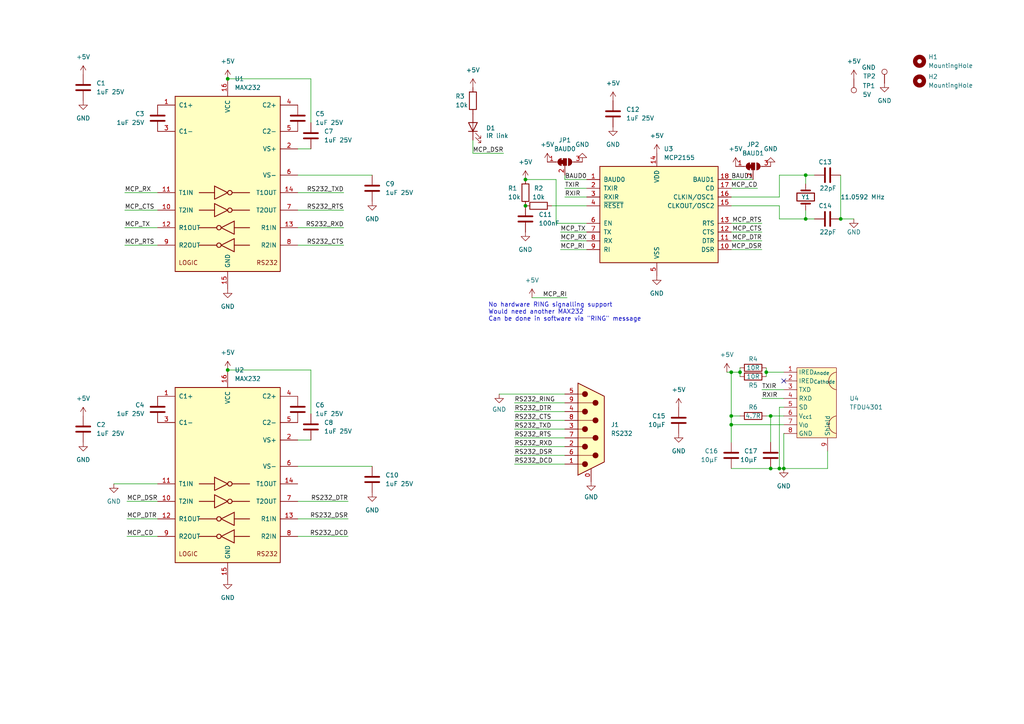
<source format=kicad_sch>
(kicad_sch (version 20211123) (generator eeschema)
  (paper "A4")
  (title_block (title "IrDA_RS232") (date "2022-03-20") (rev "Rev A") (company "Tobias Mädel (@manawyrm)") (comment 1 "tbspace.de"))
  (lib_symbols
    (symbol "Connector:DB9_Male_MountingHoles" (pin_names (offset 1.016) hide)
      (property "Reference" "J" (at 0 16.51 0))
      (property "Value" "DB9_Male_MountingHoles" (at 0 14.605 0))
      (symbol "DB9_Male_MountingHoles_0_1"
        (circle (center -1.778 -10.16) (radius 0.762) (fill (type outline)))
        (circle (center -1.778 -5.08) (radius 0.762) (fill (type outline)))
        (circle (center -1.778 0) (radius 0.762) (fill (type outline)))
        (circle (center -1.778 5.08) (radius 0.762) (fill (type outline)))
        (circle (center -1.778 10.16) (radius 0.762) (fill (type outline)))
        (polyline (pts (xy -3.81 -10.16) (xy -2.54 -10.16)))
        (polyline (pts (xy -3.81 -7.62) (xy 0.508 -7.62)))
        (polyline (pts (xy -3.81 -5.08) (xy -2.54 -5.08)))
        (polyline (pts (xy -3.81 -2.54) (xy 0.508 -2.54)))
        (polyline (pts (xy -3.81 0) (xy -2.54 0)))
        (polyline (pts (xy -3.81 2.54) (xy 0.508 2.54)))
        (polyline (pts (xy -3.81 5.08) (xy -2.54 5.08)))
        (polyline (pts (xy -3.81 7.62) (xy 0.508 7.62)))
        (polyline (pts (xy -3.81 10.16) (xy -2.54 10.16)))
        (polyline (pts (xy -3.81 -13.335) (xy -3.81 13.335) (xy 3.81 9.525) (xy 3.81 -9.525) (xy -3.81 -13.335)) (stroke (width 0.254)) (fill (type background)))
        (circle (center 1.27 -7.62) (radius 0.762) (fill (type outline)))
        (circle (center 1.27 -2.54) (radius 0.762) (fill (type outline)))
        (circle (center 1.27 2.54) (radius 0.762) (fill (type outline)))
        (circle (center 1.27 7.62) (radius 0.762) (fill (type outline)))
      )
      (symbol "DB9_Male_MountingHoles_1_1"
        (pin passive line (at 0 -15.24 90) (length 3.81) (name "PAD") (number "0"))
        (pin passive line (at -7.62 -10.16 0) (length 3.81) (name "1") (number "1"))
        (pin passive line (at -7.62 -5.08 0) (length 3.81) (name "2") (number "2"))
        (pin passive line (at -7.62 0 0) (length 3.81) (name "3") (number "3"))
        (pin passive line (at -7.62 5.08 0) (length 3.81) (name "4") (number "4"))
        (pin passive line (at -7.62 10.16 0) (length 3.81) (name "5") (number "5"))
        (pin passive line (at -7.62 -7.62 0) (length 3.81) (name "6") (number "6"))
        (pin passive line (at -7.62 -2.54 0) (length 3.81) (name "7") (number "7"))
        (pin passive line (at -7.62 2.54 0) (length 3.81) (name "8") (number "8"))
        (pin passive line (at -7.62 7.62 0) (length 3.81) (name "9") (number "9"))
      )
    )
    (symbol "Connector:TestPoint" (pin_numbers hide) (pin_names (offset 0.762) hide)
      (property "Reference" "TP" (at 0 6.858 0))
      (property "Value" "TestPoint" (at 0 5.08 0))
      (symbol "TestPoint_0_1"
        (circle (center 0 3.302) (radius 0.762))
      )
      (symbol "TestPoint_1_1"
        (pin passive line (at 0 0 90) (length 2.54) (name "1") (number "1"))
      )
    )
    (symbol "Device:C" (pin_numbers hide) (pin_names (offset 0.254))
      (property "Reference" "C" (at 0.635 2.54 0))
      (property "Value" "C" (at 0.635 -2.54 0))
      (symbol "C_0_1"
        (polyline (pts (xy -2.032 -0.762) (xy 2.032 -0.762)) (stroke (width 0.508)))
        (polyline (pts (xy -2.032 0.762) (xy 2.032 0.762)) (stroke (width 0.508)))
      )
      (symbol "C_1_1"
        (pin passive line (at 0 3.81 270) (length 2.794) (name "~") (number "1"))
        (pin passive line (at 0 -3.81 90) (length 2.794) (name "~") (number "2"))
      )
    )
    (symbol "Device:Crystal" (pin_numbers hide) (pin_names (offset 1.016) hide)
      (property "Reference" "Y" (at 0 3.81 0))
      (property "Value" "Crystal" (at 0 -3.81 0))
      (symbol "Crystal_0_1"
        (rectangle (start -1.143 2.54) (end 1.143 -2.54) (stroke (width 0.3048)))
        (polyline (pts (xy -2.54 0) (xy -1.905 0)))
        (polyline (pts (xy -1.905 -1.27) (xy -1.905 1.27)) (stroke (width 0.508)))
        (polyline (pts (xy 1.905 -1.27) (xy 1.905 1.27)) (stroke (width 0.508)))
        (polyline (pts (xy 2.54 0) (xy 1.905 0)))
      )
      (symbol "Crystal_1_1"
        (pin passive line (at -3.81 0 0) (length 1.27) (name "1") (number "1"))
        (pin passive line (at 3.81 0 180) (length 1.27) (name "2") (number "2"))
      )
    )
    (symbol "Device:LED" (pin_numbers hide) (pin_names (offset 1.016) hide)
      (property "Reference" "D" (at 0 2.54 0))
      (property "Value" "LED" (at 0 -2.54 0))
      (symbol "LED_0_1"
        (polyline (pts (xy -1.27 -1.27) (xy -1.27 1.27)) (stroke (width 0.254)))
        (polyline (pts (xy -1.27 0) (xy 1.27 0)))
        (polyline (pts (xy 1.27 -1.27) (xy 1.27 1.27) (xy -1.27 0) (xy 1.27 -1.27)) (stroke (width 0.254)))
        (polyline (pts (xy -3.048 -0.762) (xy -4.572 -2.286) (xy -3.81 -2.286) (xy -4.572 -2.286) (xy -4.572 -1.524)))
        (polyline (pts (xy -1.778 -0.762) (xy -3.302 -2.286) (xy -2.54 -2.286) (xy -3.302 -2.286) (xy -3.302 -1.524)))
      )
      (symbol "LED_1_1"
        (pin passive line (at -3.81 0 0) (length 2.54) (name "K") (number "1"))
        (pin passive line (at 3.81 0 180) (length 2.54) (name "A") (number "2"))
      )
    )
    (symbol "Device:R" (pin_numbers hide) (pin_names (offset 0))
      (property "Reference" "R" (at 2.032 0 90))
      (property "Value" "R" (at 0 0 90))
      (symbol "R_0_1"
        (rectangle (start -1.016 -2.54) (end 1.016 2.54) (stroke (width 0.254)))
      )
      (symbol "R_1_1"
        (pin passive line (at 0 3.81 270) (length 1.27) (name "~") (number "1"))
        (pin passive line (at 0 -3.81 90) (length 1.27) (name "~") (number "2"))
      )
    )
    (symbol "Interface_UART:MAX232" (pin_names (offset 1.016))
      (property "Reference" "U" (at -2.54 28.575 0))
      (property "Value" "MAX232" (at -2.54 26.67 0))
      (symbol "MAX232_0_0"
        (text "LOGIC" (at -11.43 -22.86 0) (effects (font (size 1.27 1.27))))
        (text "RS232" (at 11.43 -22.86 0) (effects (font (size 1.27 1.27))))
      )
      (symbol "MAX232_0_1"
        (rectangle (start -15.24 -25.4) (end 15.24 25.4) (stroke (width 0.254)) (fill (type background)))
        (circle (center -2.54 -17.78) (radius 0.635) (stroke (width 0.254)))
        (circle (center -2.54 -12.7) (radius 0.635) (stroke (width 0.254)))
        (polyline (pts (xy -3.81 -7.62) (xy -8.255 -7.62)) (stroke (width 0.254)))
        (polyline (pts (xy -3.81 -2.54) (xy -8.255 -2.54)) (stroke (width 0.254)))
        (polyline (pts (xy -3.175 -17.78) (xy -8.255 -17.78)) (stroke (width 0.254)))
        (polyline (pts (xy -3.175 -12.7) (xy -8.255 -12.7)) (stroke (width 0.254)))
        (polyline (pts (xy 1.27 -7.62) (xy 6.35 -7.62)) (stroke (width 0.254)))
        (polyline (pts (xy 1.27 -2.54) (xy 6.35 -2.54)) (stroke (width 0.254)))
        (polyline (pts (xy 1.905 -17.78) (xy 6.35 -17.78)) (stroke (width 0.254)))
        (polyline (pts (xy 1.905 -12.7) (xy 6.35 -12.7)) (stroke (width 0.254)))
        (polyline (pts (xy -3.81 -5.715) (xy -3.81 -9.525) (xy 0 -7.62) (xy -3.81 -5.715)) (stroke (width 0.254)))
        (polyline (pts (xy -3.81 -0.635) (xy -3.81 -4.445) (xy 0 -2.54) (xy -3.81 -0.635)) (stroke (width 0.254)))
        (polyline (pts (xy 1.905 -15.875) (xy 1.905 -19.685) (xy -1.905 -17.78) (xy 1.905 -15.875)) (stroke (width 0.254)))
        (polyline (pts (xy 1.905 -10.795) (xy 1.905 -14.605) (xy -1.905 -12.7) (xy 1.905 -10.795)) (stroke (width 0.254)))
        (circle (center 0.635 -7.62) (radius 0.635) (stroke (width 0.254)))
        (circle (center 0.635 -2.54) (radius 0.635) (stroke (width 0.254)))
      )
      (symbol "MAX232_1_1"
        (pin passive line (at -20.32 22.86 0) (length 5.08) (name "C1+") (number "1"))
        (pin input line (at -20.32 -7.62 0) (length 5.08) (name "T2IN") (number "10"))
        (pin input line (at -20.32 -2.54 0) (length 5.08) (name "T1IN") (number "11"))
        (pin output line (at -20.32 -12.7 0) (length 5.08) (name "R1OUT") (number "12"))
        (pin input line (at 20.32 -12.7 180) (length 5.08) (name "R1IN") (number "13"))
        (pin output line (at 20.32 -2.54 180) (length 5.08) (name "T1OUT") (number "14"))
        (pin power_in line (at 0 -30.48 90) (length 5.08) (name "GND") (number "15"))
        (pin power_in line (at 0 30.48 270) (length 5.08) (name "VCC") (number "16"))
        (pin power_out line (at 20.32 10.16 180) (length 5.08) (name "VS+") (number "2"))
        (pin passive line (at -20.32 15.24 0) (length 5.08) (name "C1-") (number "3"))
        (pin passive line (at 20.32 22.86 180) (length 5.08) (name "C2+") (number "4"))
        (pin passive line (at 20.32 15.24 180) (length 5.08) (name "C2-") (number "5"))
        (pin power_out line (at 20.32 2.54 180) (length 5.08) (name "VS-") (number "6"))
        (pin output line (at 20.32 -7.62 180) (length 5.08) (name "T2OUT") (number "7"))
        (pin input line (at 20.32 -17.78 180) (length 5.08) (name "R2IN") (number "8"))
        (pin output line (at -20.32 -17.78 0) (length 5.08) (name "R2OUT") (number "9"))
      )
    )
    (symbol "Jumper:SolderJumper_3_Bridged12" (pin_names (offset 0) hide)
      (property "Reference" "JP" (at -2.54 -2.54 0))
      (property "Value" "SolderJumper_3_Bridged12" (at 0 2.794 0))
      (symbol "SolderJumper_3_Bridged12_0_1"
        (rectangle (start -1.016 0.508) (end -0.508 -0.508) (fill (type outline)))
        (arc (start -1.016 1.016) (mid -2.032 0) (end -1.016 -1.016))
        (arc (start -1.016 1.016) (mid -2.032 0) (end -1.016 -1.016) (fill (type outline)))
        (rectangle (start -0.508 1.016) (end 0.508 -1.016) (fill (type outline)))
        (polyline (pts (xy -2.54 0) (xy -2.032 0)))
        (polyline (pts (xy -1.016 1.016) (xy -1.016 -1.016)))
        (polyline (pts (xy 0 -1.27) (xy 0 -1.016)))
        (polyline (pts (xy 1.016 1.016) (xy 1.016 -1.016)))
        (polyline (pts (xy 2.54 0) (xy 2.032 0)))
        (arc (start 1.016 -1.016) (mid 2.032 0) (end 1.016 1.016))
        (arc (start 1.016 -1.016) (mid 2.032 0) (end 1.016 1.016) (fill (type outline)))
      )
      (symbol "SolderJumper_3_Bridged12_1_1"
        (pin passive line (at -5.08 0 0) (length 2.54) (name "A") (number "1"))
        (pin passive line (at 0 -3.81 90) (length 2.54) (name "C") (number "2"))
        (pin passive line (at 5.08 0 180) (length 2.54) (name "B") (number "3"))
      )
    )
    (symbol "MCP2155:MCP2155" (pin_names (offset 1.016))
      (property "Reference" "U" (at -16.51 17.78 0))
      (property "Value" "MCP2155" (at -16.51 15.24 0))
      (symbol "MCP2155_0_1"
        (rectangle (start -16.51 13.97) (end 17.78 -13.97) (stroke (width 0.254)) (fill (type background)))
      )
      (symbol "MCP2155_1_1"
        (pin input line (at -20.32 10.16 0) (length 3.81) (name "BAUD0") (number "1"))
        (pin output line (at 21.59 -10.16 180) (length 3.81) (name "DSR") (number "10"))
        (pin input line (at 21.59 -7.62 180) (length 3.81) (name "DTR") (number "11"))
        (pin output line (at 21.59 -5.08 180) (length 3.81) (name "CTS") (number "12"))
        (pin input line (at 21.59 -2.54 180) (length 3.81) (name "RTS") (number "13"))
        (pin power_in line (at 0 17.78 270) (length 3.81) (name "VDD") (number "14"))
        (pin output line (at 21.59 2.54 180) (length 3.81) (name "CLKOUT/OSC2") (number "15"))
        (pin input line (at 21.59 5.08 180) (length 3.81) (name "CLKIN/OSC1") (number "16"))
        (pin input line (at 21.59 7.62 180) (length 3.81) (name "CD") (number "17"))
        (pin bidirectional line (at 21.59 10.16 180) (length 3.81) (name "BAUD1") (number "18"))
        (pin output line (at -20.32 7.62 0) (length 3.81) (name "TXIR") (number "2"))
        (pin input line (at -20.32 5.08 0) (length 3.81) (name "RXIR") (number "3"))
        (pin input line (at -20.32 2.54 0) (length 3.81) (name "~{RESET}") (number "4"))
        (pin power_in line (at 0 -17.78 90) (length 3.81) (name "VSS") (number "5"))
        (pin input line (at -20.32 -2.54 0) (length 3.81) (name "EN") (number "6"))
        (pin input line (at -20.32 -5.08 0) (length 3.81) (name "TX") (number "7"))
        (pin output line (at -20.32 -7.62 0) (length 3.81) (name "RX") (number "8"))
        (pin input line (at -20.32 -10.16 0) (length 3.81) (name "RI") (number "9"))
      )
    )
    (symbol "Mechanical:MountingHole" (pin_names (offset 1.016))
      (property "Reference" "H" (at 0 5.08 0))
      (property "Value" "MountingHole" (at 0 3.175 0))
      (symbol "MountingHole_0_1"
        (circle (center 0 0) (radius 1.27) (stroke (width 1.27)))
      )
    )
    (symbol "TFBS4652:TFDU4301"
      (property "Reference" "U" (at -3.81 12.7 0))
      (property "Value" "TFDU4301" (at 0 10.16 0))
      (symbol "TFDU4301_0_0"
        (pin input line (at -8.89 5.08 0) (length 3.81) (name "IRED_{Cathode}") (number "2"))
        (pin passive line (at 3.81 -15.24 90) (length 3.81) (name "Shield") (number "9"))
      )
      (symbol "TFDU4301_0_1"
        (rectangle (start -5.08 8.89) (end 6.35 -11.43) (fill (type background)))
        (arc (start 6.35 -5.08) (mid 3.4164 -7.62) (end 6.35 -10.16))
        (arc (start 6.35 7.62) (mid 3.4229 5.08) (end 6.35 2.54))
      )
      (symbol "TFDU4301_1_1"
        (pin input line (at -8.89 7.62 0) (length 3.81) (name "IRED_{Anode}") (number "1"))
        (pin input line (at -8.89 2.54 0) (length 3.81) (name "TXD") (number "3"))
        (pin output line (at -8.89 0 0) (length 3.81) (name "RXD") (number "4"))
        (pin input line (at -8.89 -2.54 0) (length 3.81) (name "SD") (number "5"))
        (pin input line (at -8.89 -5.08 0) (length 3.81) (name "V_{cc1}") (number "6"))
        (pin input line (at -8.89 -7.62 0) (length 3.81) (name "V_{IO}") (number "7"))
        (pin input line (at -8.89 -10.16 0) (length 3.81) (name "GND") (number "8"))
      )
    )
    (symbol "power:+5V" (power) (pin_names (offset 0))
      (property "Value" "+5V" (at 0 3.556 0))
      (symbol "+5V_0_1"
        (polyline (pts (xy -0.762 1.27) (xy 0 2.54)))
        (polyline (pts (xy 0 0) (xy 0 2.54)))
        (polyline (pts (xy 0 2.54) (xy 0.762 1.27)))
      )
      (symbol "+5V_1_1"
        (pin power_in line (at 0 0 90) (length 0) hide (name "+5V") (number "1"))
      )
    )
    (symbol "power:GND" (power) (pin_names (offset 0))
      (property "Value" "GND" (at 0 -3.81 0))
      (symbol "GND_0_1"
        (polyline (pts (xy 0 0) (xy 0 -1.27) (xy 1.27 -1.27) (xy 0 -2.54) (xy -1.27 -1.27) (xy 0 -1.27)))
      )
      (symbol "GND_1_1"
        (pin power_in line (at 0 0 270) (length 0) hide (name "GND") (number "1"))
      )
    )
  )
  (junction (at 227.33 135.89))
  (junction (at 66.04 22.86))
  (junction (at 233.68 50.8))
  (junction (at 243.84 63.5))
  (junction (at 226.06 135.89))
  (junction (at 223.52 120.65))
  (junction (at 152.4 52.07))
  (junction (at 222.25 107.95))
  (junction (at 214.63 107.95))
  (junction (at 223.52 135.89))
  (junction (at 212.09 107.95))
  (junction (at 212.09 120.65))
  (junction (at 233.68 63.5))
  (junction (at 66.04 107.315))
  (junction (at 212.09 123.19))
  (junction (at 152.4 59.69))
  (no_connect (at 227.33 110.49))
  (wire (pts (xy 144.78 114.3) (xy 163.83 114.3)))
  (wire (pts (xy 90.17 22.86) (xy 90.17 35.56)))
  (wire (pts (xy 163.83 57.15) (xy 170.18 57.15)))
  (wire (pts (xy 36.195 66.04) (xy 45.72 66.04)))
  (wire (pts (xy 212.09 72.39) (xy 220.98 72.39)))
  (wire (pts (xy 226.06 118.11) (xy 226.06 135.89)))
  (wire (pts (xy 233.68 50.8) (xy 233.68 53.34)))
  (wire (pts (xy 212.09 107.95) (xy 212.09 120.65)))
  (wire (pts (xy 137.16 40.64) (xy 137.16 44.45)))
  (wire (pts (xy 222.25 120.65) (xy 223.52 120.65)))
  (wire (pts (xy 212.09 123.19) (xy 212.09 128.27)))
  (wire (pts (xy 86.36 135.255) (xy 107.95 135.255)))
  (wire (pts (xy 160.02 59.69) (xy 170.18 59.69)))
  (wire (pts (xy 162.56 69.85) (xy 170.18 69.85)))
  (wire (pts (xy 149.225 127) (xy 163.83 127)))
  (wire (pts (xy 90.17 107.315) (xy 90.17 120.015)))
  (wire (pts (xy 149.225 132.08) (xy 163.83 132.08)))
  (wire (pts (xy 212.09 67.31) (xy 220.98 67.31)))
  (wire (pts (xy 243.84 63.5) (xy 247.65 63.5)))
  (wire (pts (xy 212.09 120.65) (xy 212.09 123.19)))
  (wire (pts (xy 86.36 60.96) (xy 99.695 60.96)))
  (wire (pts (xy 226.06 57.15) (xy 226.06 50.8)))
  (wire (pts (xy 161.29 64.77) (xy 170.18 64.77)))
  (wire (pts (xy 137.16 44.45) (xy 146.05 44.45)))
  (wire (pts (xy 212.09 64.77) (xy 220.98 64.77)))
  (wire (pts (xy 223.52 135.89) (xy 226.06 135.89)))
  (wire (pts (xy 212.09 52.07) (xy 218.44 52.07)))
  (wire (pts (xy 214.63 107.95) (xy 212.09 107.95)))
  (wire (pts (xy 163.83 54.61) (xy 170.18 54.61)))
  (wire (pts (xy 170.18 52.07) (xy 163.83 52.07)))
  (wire (pts (xy 220.98 115.57) (xy 227.33 115.57)))
  (wire (pts (xy 222.25 107.95) (xy 227.33 107.95)))
  (wire (pts (xy 161.29 52.07) (xy 152.4 52.07)))
  (wire (pts (xy 149.225 121.92) (xy 163.83 121.92)))
  (wire (pts (xy 161.29 64.77) (xy 161.29 52.07)))
  (wire (pts (xy 240.03 135.89) (xy 240.03 130.81)))
  (wire (pts (xy 100.965 150.495) (xy 86.36 150.495)))
  (wire (pts (xy 226.06 63.5) (xy 233.68 63.5)))
  (wire (pts (xy 154.305 86.36) (xy 164.465 86.36)))
  (wire (pts (xy 226.06 135.89) (xy 227.33 135.89)))
  (wire (pts (xy 227.33 118.11) (xy 226.06 118.11)))
  (wire (pts (xy 223.52 120.65) (xy 227.33 120.65)))
  (wire (pts (xy 162.56 67.31) (xy 170.18 67.31)))
  (wire (pts (xy 212.09 135.89) (xy 223.52 135.89)))
  (wire (pts (xy 86.36 127.635) (xy 90.17 127.635)))
  (wire (pts (xy 86.36 71.12) (xy 99.695 71.12)))
  (wire (pts (xy 149.225 134.62) (xy 163.83 134.62)))
  (wire (pts (xy 36.195 60.96) (xy 45.72 60.96)))
  (wire (pts (xy 222.25 107.95) (xy 222.25 109.22)))
  (wire (pts (xy 36.83 155.575) (xy 45.72 155.575)))
  (wire (pts (xy 162.56 72.39) (xy 170.18 72.39)))
  (wire (pts (xy 86.36 43.18) (xy 90.17 43.18)))
  (wire (pts (xy 100.965 155.575) (xy 86.36 155.575)))
  (wire (pts (xy 233.68 63.5) (xy 236.22 63.5)))
  (wire (pts (xy 86.36 50.8) (xy 107.95 50.8)))
  (wire (pts (xy 149.225 124.46) (xy 163.83 124.46)))
  (wire (pts (xy 219.71 54.61) (xy 212.09 54.61)))
  (wire (pts (xy 212.09 69.85) (xy 220.98 69.85)))
  (wire (pts (xy 45.72 145.415) (xy 36.83 145.415)))
  (wire (pts (xy 212.09 120.65) (xy 214.63 120.65)))
  (wire (pts (xy 227.33 135.89) (xy 240.03 135.89)))
  (wire (pts (xy 149.225 116.84) (xy 163.83 116.84)))
  (wire (pts (xy 36.195 71.12) (xy 45.72 71.12)))
  (wire (pts (xy 227.33 125.73) (xy 227.33 135.89)))
  (wire (pts (xy 45.72 150.495) (xy 36.83 150.495)))
  (wire (pts (xy 86.36 66.04) (xy 99.695 66.04)))
  (wire (pts (xy 233.68 60.96) (xy 233.68 63.5)))
  (wire (pts (xy 212.09 57.15) (xy 226.06 57.15)))
  (wire (pts (xy 212.09 123.19) (xy 227.33 123.19)))
  (wire (pts (xy 222.25 106.68) (xy 222.25 107.95)))
  (wire (pts (xy 212.09 59.69) (xy 226.06 59.69)))
  (wire (pts (xy 100.965 145.415) (xy 86.36 145.415)))
  (wire (pts (xy 66.04 107.315) (xy 90.17 107.315)))
  (wire (pts (xy 210.82 107.95) (xy 212.09 107.95)))
  (wire (pts (xy 243.84 50.8) (xy 243.84 63.5)))
  (wire (pts (xy 214.63 106.68) (xy 214.63 107.95)))
  (wire (pts (xy 223.52 120.65) (xy 223.52 128.27)))
  (wire (pts (xy 236.22 50.8) (xy 233.68 50.8)))
  (wire (pts (xy 66.04 22.86) (xy 90.17 22.86)))
  (wire (pts (xy 33.02 140.335) (xy 45.72 140.335)))
  (wire (pts (xy 226.06 59.69) (xy 226.06 63.5)))
  (wire (pts (xy 86.36 55.88) (xy 99.695 55.88)))
  (wire (pts (xy 36.195 55.88) (xy 45.72 55.88)))
  (wire (pts (xy 163.83 52.07) (xy 163.83 50.8)))
  (wire (pts (xy 226.06 50.8) (xy 233.68 50.8)))
  (wire (pts (xy 220.98 113.03) (xy 227.33 113.03)))
  (wire (pts (xy 149.225 119.38) (xy 163.83 119.38)))
  (wire (pts (xy 149.225 129.54) (xy 163.83 129.54)))
  (wire (pts (xy 214.63 107.95) (xy 214.63 109.22)))
  (text "No hardware RING signalling support\nWould need another MAX232\nCan be done in software via \"RING\" message" (at 141.605 93.345 0) (effects (font (size 1.27 1.27)) (justify left bottom)))
  (label "MCP_RI" (at 164.465 86.36 180))
  (label "RS232_DTR" (at 149.225 119.38 0))
  (label "RXIR" (at 163.83 57.15 0))
  (label "MCP_RX" (at 36.195 55.88 0))
  (label "MCP_CD" (at 36.83 155.575 0))
  (label "MCP_DSR" (at 146.05 44.45 180))
  (label "MCP_DTR" (at 220.98 69.85 180))
  (label "MCP_CTS" (at 220.98 67.31 180))
  (label "RS232_DSR" (at 100.965 150.495 180))
  (label "TXIR" (at 163.83 54.61 0))
  (label "RS232_CTS" (at 99.695 71.12 180))
  (label "MCP_CTS" (at 36.195 60.96 0))
  (label "RS232_RTS" (at 149.225 127 0))
  (label "RS232_TXD" (at 149.225 124.46 0))
  (label "RS232_RING" (at 149.225 116.84 0))
  (label "MCP_DSR" (at 36.83 145.415 0))
  (label "RS232_DTR" (at 100.965 145.415 180))
  (label "BAUD1" (at 212.09 52.07 0))
  (label "RS232_CTS" (at 149.225 121.92 0))
  (label "RS232_DSR" (at 149.225 132.08 0))
  (label "RXIR" (at 220.98 115.57 0))
  (label "MCP_RTS" (at 220.98 64.77 180))
  (label "MCP_RTS" (at 36.195 71.12 0))
  (label "RS232_RXD" (at 149.225 129.54 0))
  (label "RS232_DCD" (at 149.225 134.62 0))
  (label "BAUD0" (at 163.83 52.07 0))
  (label "MCP_DTR" (at 36.83 150.495 0))
  (label "TXIR" (at 220.98 113.03 0))
  (label "RS232_DCD" (at 100.965 155.575 180))
  (label "MCP_RI" (at 162.56 72.39 0))
  (label "RS232_TXD" (at 99.695 55.88 180))
  (label "RS232_RTS" (at 99.695 60.96 180))
  (label "MCP_RX" (at 162.56 69.85 0))
  (label "MCP_TX" (at 162.56 67.31 0))
  (label "MCP_CD" (at 219.71 54.61 180))
  (label "MCP_DSR" (at 220.98 72.39 180))
  (label "MCP_TX" (at 36.195 66.04 0))
  (label "RS232_RXD" (at 99.695 66.04 180))
  (symbol (lib_id "Device:C") (at 24.13 124.46 0) (unit 1)
    (property "Reference" "C2" (at 27.94 123.1899 0) (effects (justify left)))
    (property "Value" "1uF 25V" (at 27.94 125.7299 0) (effects (justify left)))
    (property "Footprint" "Capacitor_SMD:C_0402_1005Metric" (effects hide))
    (property "LCSC" "C52923" (effects hide))
  )
  (symbol (lib_id "Device:LED") (at 137.16 36.83 90) (unit 1)
    (property "Reference" "D1" (at 140.97 37.1474 90) (effects (justify right)))
    (property "Value" "IR link" (at 140.97 39.37 90) (effects (justify right)))
    (property "Footprint" "LED_SMD:LED_0603_1608Metric" (effects hide))
    (property "LCSC" "C72043" (effects hide))
    (property "Color" "Green" (effects hide))
  )
  (symbol (lib_id "Device:R") (at 137.16 29.21 0) (unit 1)
    (property "Reference" "R3" (at 132.08 27.94 0) (effects (justify left)))
    (property "Value" "10k" (at 132.08 30.48 0) (effects (justify left)))
    (property "Footprint" "Resistor_SMD:R_0402_1005Metric" (effects hide))
    (property "LCSC" "C25744" (effects hide))
  )
  (symbol (lib_id "power:+5V") (at 152.4 52.07 0) (mirror y) (unit 1)
    (property "Reference" "#PWR0110" (effects hide))
    (property "Value" "+5V" (at 152.4 46.99 0))
  )
  (symbol (lib_id "Device:C") (at 24.13 25.4 0) (unit 1)
    (property "Reference" "C1" (at 27.94 24.1299 0) (effects (justify left)))
    (property "Value" "1uF 25V" (at 27.94 26.6699 0) (effects (justify left)))
    (property "Footprint" "Capacitor_SMD:C_0402_1005Metric" (effects hide))
    (property "LCSC" "C52923" (effects hide))
  )
  (symbol (lib_id "Device:C") (at 212.09 132.08 0) (mirror x) (unit 1)
    (property "Reference" "C16" (at 208.28 130.8099 0) (effects (justify right)))
    (property "Value" "10µF" (at 208.28 133.3499 0) (effects (justify right)))
    (property "Footprint" "Capacitor_SMD:C_0603_1608Metric" (effects hide))
    (property "LCSC" "C19702" (effects hide))
  )
  (symbol (lib_id "Device:C") (at 107.95 54.61 0) (unit 1)
    (property "Reference" "C9" (at 111.76 53.3399 0) (effects (justify left)))
    (property "Value" "1uF 25V" (at 111.76 55.8799 0) (effects (justify left)))
    (property "Footprint" "Capacitor_SMD:C_0402_1005Metric" (effects hide))
    (property "LCSC" "C52923" (effects hide))
  )
  (symbol (lib_id "power:GND") (at 152.4 67.31 0) (unit 1)
    (property "Reference" "#PWR0111" (effects hide))
    (property "Value" "GND" (at 152.4 72.39 0))
  )
  (symbol (lib_id "power:GND") (at 107.95 58.42 0) (unit 1)
    (property "Reference" "#PWR0118" (effects hide))
    (property "Value" "GND" (at 107.95 63.5 0))
  )
  (symbol (lib_id "Device:C") (at 152.4 63.5 0) (unit 1)
    (property "Reference" "C11" (at 156.21 62.2299 0) (effects (justify left)))
    (property "Value" "100nF" (at 156.21 64.7699 0) (effects (justify left)))
    (property "Footprint" "Capacitor_SMD:C_0402_1005Metric" (effects hide))
    (property "LCSC" "C1525" (effects hide))
  )
  (symbol (lib_id "power:GND") (at 256.54 24.13 0) (mirror y) (unit 1)
    (property "Reference" "#PWR0132" (effects hide))
    (property "Value" "GND" (at 256.54 29.21 0))
  )
  (symbol (lib_id "power:GND") (at 66.04 168.275 0) (unit 1)
    (property "Reference" "#PWR0122" (effects hide))
    (property "Value" "GND" (at 66.04 173.355 0))
  )
  (symbol (lib_id "power:+5V") (at 24.13 120.65 0) (mirror y) (unit 1)
    (property "Reference" "#PWR0117" (effects hide))
    (property "Value" "+5V" (at 24.13 115.57 0))
  )
  (symbol (lib_id "power:+5V") (at 154.305 86.36 0) (unit 1)
    (property "Reference" "#PWR0114" (effects hide))
    (property "Value" "+5V" (at 154.305 81.28 0))
  )
  (symbol (lib_id "Jumper:SolderJumper_3_Bridged12") (at 163.83 46.99 0) (unit 1)
    (property "Reference" "JP1" (at 163.83 40.64 0))
    (property "Value" "BAUD0" (at 163.83 43.18 0))
    (property "Footprint" "Jumper:SolderJumper-3_P1.3mm_Bridged12_Pad1.0x1.5mm" (effects hide))
  )
  (symbol (lib_id "power:+5V") (at 66.04 22.86 0) (mirror y) (unit 1)
    (property "Reference" "#PWR0119" (effects hide))
    (property "Value" "+5V" (at 66.04 17.78 0))
  )
  (symbol (lib_id "power:+5V") (at 137.16 25.4 0) (unit 1)
    (property "Reference" "#PWR0126" (effects hide))
    (property "Value" "+5V" (at 137.16 20.32 0))
  )
  (symbol (lib_id "power:GND") (at 33.02 140.335 0) (unit 1)
    (property "Reference" "#PWR0123" (effects hide))
    (property "Value" "GND" (at 33.02 145.415 0))
  )
  (symbol (lib_id "power:+5V") (at 196.85 118.11 0) (unit 1)
    (property "Reference" "#PWR0130" (effects hide))
    (property "Value" "+5V" (at 196.85 113.03 0))
  )
  (symbol (lib_id "Device:C") (at 177.8 33.02 0) (unit 1)
    (property "Reference" "C12" (at 181.61 31.7499 0) (effects (justify left)))
    (property "Value" "1uF 25V" (at 181.61 34.2899 0) (effects (justify left)))
    (property "Footprint" "Capacitor_SMD:C_0402_1005Metric" (effects hide))
    (property "LCSC" "C52923" (effects hide))
  )
  (symbol (lib_id "power:GND") (at 190.5 80.01 0) (unit 1)
    (property "Reference" "#PWR0103" (effects hide))
    (property "Value" "GND" (at 190.5 85.09 0))
  )
  (symbol (lib_id "Mechanical:MountingHole") (at 266.7 23.495 0) (unit 1)
    (property "Reference" "H2" (at 269.24 22.2249 0) (effects (justify left)))
    (property "Value" "MountingHole" (at 269.24 24.7649 0) (effects (justify left)))
    (property "Footprint" "ToolingHole:ToolingHole_JLCSMT" (effects hide))
  )
  (symbol (lib_id "power:GND") (at 144.78 114.3 0) (unit 1)
    (property "Reference" "#PWR0124" (effects hide))
    (property "Value" "GND" (at 144.78 118.745 0))
  )
  (symbol (lib_id "Device:R") (at 218.44 120.65 90) (unit 1)
    (property "Reference" "R6" (at 218.44 118.11 90))
    (property "Value" "4.7R" (at 218.44 120.65 90))
    (property "Footprint" "Resistor_SMD:R_0805_2012Metric" (effects hide))
    (property "LCSC" "C17675" (effects hide))
  )
  (symbol (lib_id "Device:R") (at 156.21 59.69 90) (unit 1)
    (property "Reference" "R2" (at 156.21 54.61 90))
    (property "Value" "10k" (at 156.21 57.15 90))
    (property "Footprint" "Resistor_SMD:R_0402_1005Metric" (effects hide))
    (property "LCSC" "C25744" (effects hide))
  )
  (symbol (lib_id "Connector:TestPoint") (at 256.54 24.13 0) (unit 1)
    (property "Reference" "TP2" (at 254 22.0981 0) (effects (justify right)))
    (property "Value" "GND" (at 254 19.5581 0) (effects (justify right)))
    (property "Footprint" "TestPoint:TestPoint_Pad_2.0x2.0mm" (effects hide))
  )
  (symbol (lib_id "Device:Crystal") (at 233.68 57.15 90) (unit 1)
    (property "Reference" "Y1" (at 233.68 57.15 90))
    (property "Value" " 11.0592 MHz" (at 250.19 57.15 90))
    (property "Footprint" "Crystal:Crystal_SMD_5032-2Pin_5.0x3.2mm" (effects hide))
    (property "LCSC" "C112574" (effects hide))
  )
  (symbol (lib_id "Connector:DB9_Male_MountingHoles") (at 171.45 124.46 0) (unit 1)
    (property "Reference" "J1" (at 177.165 123.1899 0) (effects (justify left)))
    (property "Value" "RS232" (at 177.165 125.7299 0) (effects (justify left)))
    (property "Footprint" "Connector_Dsub:DSUB-9_Male_Vertical_P2.77x2.84mm_MountingHoles" (effects hide))
    (property "Datasheet" " ~" (effects hide))
  )
  (symbol (lib_id "power:+5V") (at 24.13 21.59 0) (mirror y) (unit 1)
    (property "Reference" "#PWR0112" (effects hide))
    (property "Value" "+5V" (at 24.13 16.51 0))
  )
  (symbol (lib_id "power:GND") (at 171.45 139.7 0) (unit 1)
    (property "Reference" "#PWR0125" (effects hide))
    (property "Value" "GND" (at 171.45 144.145 0))
  )
  (symbol (lib_id "Jumper:SolderJumper_3_Bridged12") (at 218.44 48.26 0) (unit 1)
    (property "Reference" "JP2" (at 218.44 41.91 0))
    (property "Value" "BAUD1" (at 218.44 44.45 0))
    (property "Footprint" "Jumper:SolderJumper-3_P1.3mm_Bridged12_Pad1.0x1.5mm" (effects hide))
  )
  (symbol (lib_id "Interface_UART:MAX232") (at 66.04 53.34 0) (unit 1)
    (property "Reference" "U1" (at 68.0594 22.86 0) (effects (justify left)))
    (property "Value" "MAX232" (at 68.0594 25.4 0) (effects (justify left)))
    (property "Footprint" "Package_SO:SOIC-16_3.9x9.9mm_P1.27mm" (effects hide))
    (property "Datasheet" "http://www.ti.com/lit/ds/symlink/max232.pdf" (effects hide))
    (property "LCSC" "C26860" (effects hide))
  )
  (symbol (lib_id "Device:C") (at 107.95 139.065 0) (unit 1)
    (property "Reference" "C10" (at 111.76 137.7949 0) (effects (justify left)))
    (property "Value" "1uF 25V" (at 111.76 140.3349 0) (effects (justify left)))
    (property "Footprint" "Capacitor_SMD:C_0402_1005Metric" (effects hide))
    (property "LCSC" "C52923" (effects hide))
  )
  (symbol (lib_id "Device:C") (at 90.17 123.825 180) (unit 1)
    (property "Reference" "C8" (at 93.98 122.5549 0) (effects (justify right)))
    (property "Value" "1uF 25V" (at 93.98 125.0949 0) (effects (justify right)))
    (property "Footprint" "Capacitor_SMD:C_0402_1005Metric" (effects hide))
    (property "LCSC" "C52923" (effects hide))
  )
  (symbol (lib_id "Device:C") (at 240.03 50.8 90) (unit 1)
    (property "Reference" "C13" (at 241.3 46.99 90) (effects (justify left)))
    (property "Value" "22pF" (at 242.57 54.61 90) (effects (justify left)))
    (property "Footprint" "Capacitor_SMD:C_0402_1005Metric" (effects hide))
    (property "LCSC" "C1555" (effects hide))
  )
  (symbol (lib_id "Device:C") (at 223.52 132.08 0) (mirror x) (unit 1)
    (property "Reference" "C17" (at 219.71 130.8099 0) (effects (justify right)))
    (property "Value" "10µF" (at 219.71 133.3499 0) (effects (justify right)))
    (property "Footprint" "Capacitor_SMD:C_0603_1608Metric" (effects hide))
    (property "LCSC" "C19702" (effects hide))
  )
  (symbol (lib_id "Device:C") (at 90.17 39.37 180) (unit 1)
    (property "Reference" "C7" (at 93.98 38.0999 0) (effects (justify right)))
    (property "Value" "1uF 25V" (at 93.98 40.6399 0) (effects (justify right)))
    (property "Footprint" "Capacitor_SMD:C_0402_1005Metric" (effects hide))
    (property "LCSC" "C52923" (effects hide))
  )
  (symbol (lib_id "power:+5V") (at 158.75 46.99 0) (unit 1)
    (property "Reference" "#PWR0106" (effects hide))
    (property "Value" "+5V" (at 158.75 41.91 0))
  )
  (symbol (lib_id "Device:C") (at 240.03 63.5 90) (unit 1)
    (property "Reference" "C14" (at 241.3 59.69 90) (effects (justify left)))
    (property "Value" "22pF" (at 242.57 67.31 90) (effects (justify left)))
    (property "Footprint" "Capacitor_SMD:C_0402_1005Metric" (effects hide))
    (property "LCSC" "C1555" (effects hide))
  )
  (symbol (lib_id "power:GND") (at 66.04 83.82 0) (unit 1)
    (property "Reference" "#PWR0115" (effects hide))
    (property "Value" "GND" (at 66.04 88.9 0))
  )
  (symbol (lib_id "power:GND") (at 223.52 48.26 0) (mirror x) (unit 1)
    (property "Reference" "#PWR0101" (effects hide))
    (property "Value" "GND" (at 223.52 43.18 0))
  )
  (symbol (lib_id "Device:C") (at 86.36 118.745 0) (unit 1)
    (property "Reference" "C6" (at 91.44 117.475 0) (effects (justify left)))
    (property "Value" "1uF 25V" (at 91.44 120.015 0) (effects (justify left)))
    (property "Footprint" "Capacitor_SMD:C_0402_1005Metric" (effects hide))
    (property "LCSC" "C52923" (effects hide))
  )
  (symbol (lib_id "Interface_UART:MAX232") (at 66.04 137.795 0) (unit 1)
    (property "Reference" "U2" (at 68.0594 107.315 0) (effects (justify left)))
    (property "Value" "MAX232" (at 68.0594 109.855 0) (effects (justify left)))
    (property "Footprint" "Package_SO:SOIC-16_3.9x9.9mm_P1.27mm" (effects hide))
    (property "Datasheet" "http://www.ti.com/lit/ds/symlink/max232.pdf" (effects hide))
    (property "LCSC" "C26860" (effects hide))
  )
  (symbol (lib_id "Device:C") (at 45.72 34.29 0) (mirror x) (unit 1)
    (property "Reference" "C3" (at 41.91 33.0199 0) (effects (justify right)))
    (property "Value" "1uF 25V" (at 41.91 35.5599 0) (effects (justify right)))
    (property "Footprint" "Capacitor_SMD:C_0402_1005Metric" (effects hide))
    (property "LCSC" "C52923" (effects hide))
  )
  (symbol (lib_id "power:GND") (at 247.65 63.5 0) (unit 1)
    (property "Reference" "#PWR0102" (effects hide))
    (property "Value" "GND" (at 247.65 67.31 0))
  )
  (symbol (lib_id "power:GND") (at 196.85 125.73 0) (unit 1)
    (property "Reference" "#PWR0129" (effects hide))
    (property "Value" "GND" (at 196.85 130.81 0))
  )
  (symbol (lib_id "Device:C") (at 196.85 121.92 0) (mirror x) (unit 1)
    (property "Reference" "C15" (at 193.04 120.6499 0) (effects (justify right)))
    (property "Value" "10µF" (at 193.04 123.1899 0) (effects (justify right)))
    (property "Footprint" "Capacitor_SMD:C_0603_1608Metric" (effects hide))
    (property "LCSC" "C19702" (effects hide))
  )
  (symbol (lib_id "TFBS4652:TFDU4301") (at 236.22 115.57 0) (unit 1)
    (property "Reference" "U4" (at 246.38 115.5699 0) (effects (justify left)))
    (property "Value" "TFDU4301" (at 246.38 118.1099 0) (effects (justify left)))
    (property "Footprint" "TFDU4301:TFDU4301" (effects hide))
    (property "Datasheet" "https://www.vishay.com/docs/81965/tfdu4301.pdf" (effects hide))
  )
  (symbol (lib_id "Device:R") (at 152.4 55.88 0) (unit 1)
    (property "Reference" "R1" (at 147.32 54.61 0) (effects (justify left)))
    (property "Value" "10k" (at 147.32 57.15 0) (effects (justify left)))
    (property "Footprint" "Resistor_SMD:R_0402_1005Metric" (effects hide))
    (property "LCSC" "C25744" (effects hide))
  )
  (symbol (lib_id "power:GND") (at 168.91 46.99 0) (mirror x) (unit 1)
    (property "Reference" "#PWR0108" (effects hide))
    (property "Value" "GND" (at 168.91 41.91 0))
  )
  (symbol (lib_id "Device:C") (at 45.72 118.745 0) (mirror x) (unit 1)
    (property "Reference" "C4" (at 41.91 117.4749 0) (effects (justify right)))
    (property "Value" "1uF 25V" (at 41.91 120.0149 0) (effects (justify right)))
    (property "Footprint" "Capacitor_SMD:C_0402_1005Metric" (effects hide))
    (property "LCSC" "C52923" (effects hide))
  )
  (symbol (lib_id "Mechanical:MountingHole") (at 266.7 17.78 0) (unit 1)
    (property "Reference" "H1" (at 269.24 16.5099 0) (effects (justify left)))
    (property "Value" "MountingHole" (at 269.24 19.0499 0) (effects (justify left)))
    (property "Footprint" "ToolingHole:ToolingHole_JLCSMT" (effects hide))
  )
  (symbol (lib_id "Device:C") (at 86.36 34.29 0) (unit 1)
    (property "Reference" "C5" (at 91.44 33.02 0) (effects (justify left)))
    (property "Value" "1uF 25V" (at 91.44 35.56 0) (effects (justify left)))
    (property "Footprint" "Capacitor_SMD:C_0402_1005Metric" (effects hide))
    (property "LCSC" "C52923" (effects hide))
  )
  (symbol (lib_id "power:+5V") (at 66.04 107.315 0) (mirror y) (unit 1)
    (property "Reference" "#PWR0121" (effects hide))
    (property "Value" "+5V" (at 66.04 102.235 0))
  )
  (symbol (lib_id "Device:R") (at 218.44 106.68 90) (unit 1)
    (property "Reference" "R4" (at 218.44 104.14 90))
    (property "Value" "10R" (at 218.44 106.68 90))
    (property "Footprint" "Resistor_SMD:R_1206_3216Metric" (effects hide))
    (property "LCSC" "C17903" (effects hide))
  )
  (symbol (lib_id "power:+5V") (at 210.82 107.95 0) (unit 1)
    (property "Reference" "#PWR0127" (effects hide))
    (property "Value" "+5V" (at 210.82 102.87 0))
  )
  (symbol (lib_id "power:+5V") (at 177.8 29.21 0) (mirror y) (unit 1)
    (property "Reference" "#PWR0107" (effects hide))
    (property "Value" "+5V" (at 177.8 24.13 0))
  )
  (symbol (lib_id "power:GND") (at 24.13 29.21 0) (unit 1)
    (property "Reference" "#PWR0113" (effects hide))
    (property "Value" "GND" (at 24.13 34.29 0))
  )
  (symbol (lib_id "power:GND") (at 24.13 128.27 0) (unit 1)
    (property "Reference" "#PWR0116" (effects hide))
    (property "Value" "GND" (at 24.13 133.35 0))
  )
  (symbol (lib_id "power:+5V") (at 247.65 22.86 0) (unit 1)
    (property "Reference" "#PWR0131" (effects hide))
    (property "Value" "+5V" (at 247.65 17.78 0))
  )
  (symbol (lib_id "Device:R") (at 218.44 109.22 90) (unit 1)
    (property "Reference" "R5" (at 218.44 111.76 90))
    (property "Value" "10R" (at 218.44 109.22 90))
    (property "Footprint" "Resistor_SMD:R_1206_3216Metric" (effects hide))
    (property "LCSC" "C17903" (effects hide))
  )
  (symbol (lib_id "MCP2155:MCP2155") (at 190.5 62.23 0) (unit 1)
    (property "Reference" "U3" (at 192.5194 43.18 0) (effects (justify left)))
    (property "Value" "MCP2155" (at 192.5194 45.72 0) (effects (justify left)))
    (property "Footprint" "Package_SO:SOIC-18W_7.5x11.6mm_P1.27mm" (effects hide))
    (property "Datasheet" "https://ww1.microchip.com/downloads/en/DeviceDoc/21690B.pdf" (effects hide))
  )
  (symbol (lib_id "power:GND") (at 177.8 36.83 0) (unit 1)
    (property "Reference" "#PWR0109" (effects hide))
    (property "Value" "GND" (at 177.8 41.91 0))
  )
  (symbol (lib_id "power:GND") (at 227.33 135.89 0) (unit 1)
    (property "Reference" "#PWR0128" (effects hide))
    (property "Value" "GND" (at 227.33 140.97 0))
  )
  (symbol (lib_id "power:+5V") (at 190.5 44.45 0) (unit 1)
    (property "Reference" "#PWR0105" (effects hide))
    (property "Value" "+5V" (at 190.5 39.37 0))
  )
  (symbol (lib_id "power:+5V") (at 213.36 48.26 0) (unit 1)
    (property "Reference" "#PWR0104" (effects hide))
    (property "Value" "+5V" (at 213.36 43.18 0))
  )
  (symbol (lib_id "power:GND") (at 107.95 142.875 0) (unit 1)
    (property "Reference" "#PWR0120" (effects hide))
    (property "Value" "GND" (at 107.95 147.955 0))
  )
  (symbol (lib_id "Connector:TestPoint") (at 247.65 22.86 180) (unit 1)
    (property "Reference" "TP1" (at 250.19 24.8919 0) (effects (justify right)))
    (property "Value" "5V" (at 250.19 27.4319 0) (effects (justify right)))
    (property "Footprint" "TestPoint:TestPoint_Pad_2.0x2.0mm" (effects hide))
  )
)
</source>
